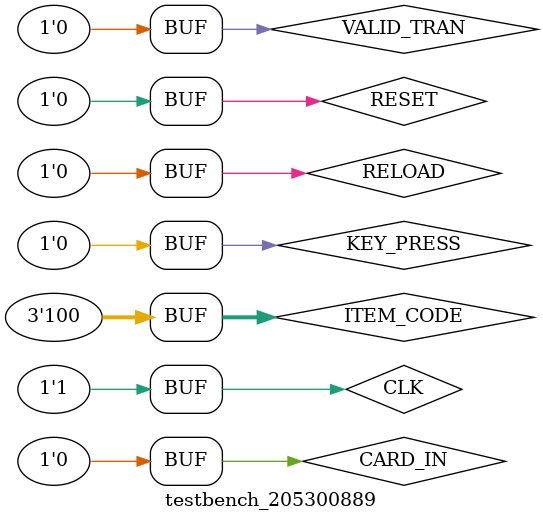
<source format=v>
`timescale 1ns / 1ps


module testbench_205300889;

	// Inputs
	reg CLK;
	reg RESET;
	reg RELOAD;
	reg CARD_IN;
	reg [2:0] ITEM_CODE;
	reg KEY_PRESS;
	reg VALID_TRAN;

	// Outputs
	wire VEND;
	wire INVALID_SEL;
	wire [2:0] COST;
	wire FAILED_TRAN;

	// Instantiate the Unit Under Test (UUT)
	vending_machine uut (
		.CLK(CLK), 
		.RESET(RESET), 
		.RELOAD(RELOAD), 
		.CARD_IN(CARD_IN), 
		.ITEM_CODE(ITEM_CODE), 
		.KEY_PRESS(KEY_PRESS), 
		.VALID_TRAN(VALID_TRAN), 
		.VEND(VEND), 
		.INVALID_SEL(INVALID_SEL), 
		.COST(COST), 
		.FAILED_TRAN(FAILED_TRAN)
	);

	initial begin
		// Initialize Inputs
		CLK = 0;
		RESET = 0;
		RELOAD = 0;
		CARD_IN = 0;
		ITEM_CODE = 0;
		KEY_PRESS = 0;
		VALID_TRAN = 0;

		// Wait 100 ns for global reset to finish
		#100;
        
		// Add stimulus here
		// Successful transaction
		RESET = 1;
		#10
		CLK = 1;
		#10
		CLK = 0;
		RESET = 0;
		#10
		CLK = 1;
		#10
		CLK = 0;
		RELOAD = 1;
		#10
		CLK = 1;
		#10
		CLK = 0;
		RELOAD = 0;
		#10
		CLK = 1;
		#10
		CLK = 0;
		CARD_IN = 1;
		#10
		CLK = 1;
		#10
		CLK = 0;
		CARD_IN = 0;
		KEY_PRESS = 1;
		ITEM_CODE = 3'd1;
		#10
		CLK = 1;
		#10
		CLK = 0;
		ITEM_CODE = 3'd4;
		#10
		CLK = 1;
		#10
		CLK = 0;
		KEY_PRESS = 0;
		#10
		CLK = 1;
		#10
		CLK = 0;
		VALID_TRAN = 1;
		#10
		CLK = 1;
		#10
		CLK = 0;
		VALID_TRAN = 0;
		#10
		CLK = 1;
		#100
				
		// Time-out during FIRST_IN_STATE
		CLK = 0;
		RESET = 1;
		#10
		CLK = 1;
		#10
		CLK = 0;
		RESET = 0;
		#10
		CLK = 1;
		#10
		CLK = 0;
		CARD_IN = 1;
		#10
		CLK = 1;
		#10
		CLK = 0;
		CARD_IN = 0;
		#10
		CLK = 1;
		#10
		CLK = 0;
		#10
		CLK = 1;
		#10
		CLK = 0;
		#10
		CLK = 1;
		#10
		CLK = 0;
		#10
		CLK = 1;
		#10
		CLK = 0;
		#10
		CLK = 1;
		#100
		
		// Time-out during SECOND_IN_STATE
		CLK = 0;
		RESET = 1;
		#10
		CLK = 1;
		#10
		CLK = 0;
		RESET = 0;
		#10
		CLK = 1;
		#10
		CLK = 0;
		CARD_IN = 1;
		#10
		CLK = 1;
		#10
		CLK = 0;
		CARD_IN = 0;
		KEY_PRESS = 1;
		ITEM_CODE = 3'd2;
		#10
		CLK = 1;
		#10
		CLK = 0;
		KEY_PRESS = 0;
		#10
		CLK = 1;
		#10
		CLK = 0;
		#10
		CLK = 1;
		#10
		CLK = 0;
		#10
		CLK = 1;
		#10
		CLK = 0;
		#10
		CLK = 1;
		#10
		CLK = 0;
		#10
		CLK = 1;
		#10
		CLK = 0;
		#10
		CLK = 1;
		#100
		
		// Time-out during VEND_DISPLAY_STATE
		CLK = 0;
		RESET = 1;
		#10
		CLK = 1;
		#10
		CLK = 0;
		RESET = 0;
		#10
		CLK = 1;
		#10
		CLK = 0;
		RELOAD = 1;
		#10
		CLK = 1;
		#10
		CLK = 0;
		RELOAD = 0;
		#10
		CLK = 1;
		#10
		CLK = 0;
		CARD_IN = 1;
		#10
		CLK = 1;
		#10
		CLK = 0;
		CARD_IN = 0;
		KEY_PRESS = 1;
		ITEM_CODE = 3'd2;
		#10
		CLK = 1;
		#10
		CLK = 0;
		ITEM_CODE = 3'd1;
		#10
		CLK = 1;
		#10
		CLK = 0;
		KEY_PRESS = 0;
		#10
		CLK = 1;
		#10
		CLK = 0;
		#10
		CLK = 1;
		#10
		CLK = 0;
		#10
		CLK = 1;
		#10
		CLK = 0;
		#10
		CLK = 1;
		#10
		CLK = 0;
		#10
		CLK = 1;
		#10
		CLK = 0;
		#10
		CLK = 1;
		#10
		CLK = 0;
		#10
		CLK = 1;
		#100
		
		// Invalid selection (code1)
		CLK = 0;
		RESET = 1;
		#10
		CLK = 1;
		#10
		CLK = 0;
		RESET = 0;
		#10
		CLK = 1;
		#10
		CLK = 0;
		RELOAD = 1;
		#10
		CLK = 1;
		#10
		CLK = 0;
		RELOAD = 0;
		#10
		CLK = 1;
		#10
		CLK = 0;
		CARD_IN = 1;
		#10
		CLK = 1;
		#10
		CLK = 0;
		CARD_IN = 0;
		KEY_PRESS = 1;
		ITEM_CODE = 3'd4;
		#10
		CLK = 1;
		#10
		CLK = 0;
		ITEM_CODE = 3'd1;
		#10
		CLK = 1;
		#10
		CLK = 0;
		KEY_PRESS = 0;
		#10
		CLK = 1;
		#10
		CLK = 0;
		#10
		CLK = 1;
		#100
		
		// Invalid Selection (code2)
		CLK = 0;
		RESET = 1;
		#10
		CLK = 1;
		#10
		CLK = 0;
		RESET = 0;
		#10
		CLK = 1;
		#10
		CLK = 0;
		RELOAD = 1;
		#10
		CLK = 1;
		#10
		CLK = 0;
		RELOAD = 0;
		#10
		CLK = 1;
		#10
		CLK = 0;
		CARD_IN = 1;
		#10
		CLK = 1;
		#10
		CLK = 0;
		CARD_IN = 0;
		KEY_PRESS = 1;
		ITEM_CODE = 3'd1;
		#10
		CLK = 1;
		#10
		CLK = 0;
		ITEM_CODE = 3'd5;
		#10
		CLK = 1;
		#10
		CLK = 0;
		KEY_PRESS = 0;
		#10
		CLK = 1;
		#10
		CLK = 0;
		#10
		CLK = 1;
		#100
		
		// No more snacks
		CLK = 0;
		RESET = 1;
		#10
		CLK = 1;
		#10
		CLK = 0;
		RESET = 0;
		#10
		CLK = 1;
		#10
		CLK = 0;
		CARD_IN = 1;
		#10
		CLK = 1;
		#10
		CLK = 0;
		CARD_IN = 0;
		KEY_PRESS = 1;
		ITEM_CODE = 3'd1;
		#10
		CLK = 1;
		#10
		CLK = 0;
		ITEM_CODE = 3'd3;
		#10
		CLK = 1;
		#10
		CLK = 0;
		KEY_PRESS = 0;
		#10
		CLK = 1;
		#10
		CLK = 0;
		#10
		CLK = 1;
		#100
		
		//Successful transaction followed immediately by another transaction (CARD_IN left high)
		// First transaction
		CLK = 0;
		RESET = 1;
		#10
		CLK = 1;
		#10
		CLK = 0;
		RESET = 0;
		#10
		CLK = 1;
		#10
		CLK = 0;
		RELOAD = 1;
		#10
		CLK = 1;
		#10
		CLK = 0;
		RELOAD = 0;
		#10
		CLK = 1;
		#10
		CLK = 0;
		CARD_IN = 1;
		#10
		CLK = 1;
		#10
		CLK = 0;
		KEY_PRESS = 1;
		ITEM_CODE = 3'd1;
		#10
		CLK = 1;
		#10
		CLK = 0;
		ITEM_CODE = 3'd4;
		#10
		CLK = 1;
		#10
		CLK = 0;
		KEY_PRESS = 0;
		#10
		CLK = 1;
		#10
		CLK = 0;
		VALID_TRAN = 1;
		#10
		CLK = 1;
		#10
		CLK = 0;
		VALID_TRAN = 0;
		#10
		CLK = 1;
		#10
		CLK = 0;
		#10
		CLK = 1;
		#10
		CLK = 0;
		CARD_IN = 0;
		KEY_PRESS = 1;
		ITEM_CODE = 3'd1;
		#10
		CLK = 1;
		#10
		CLK = 0;
		ITEM_CODE = 3'd4;
		#10
		CLK = 1;
		#10
		CLK = 0;
		KEY_PRESS = 0;
		#10
		CLK = 1;
		#10
		CLK = 0;
		VALID_TRAN = 1;
		#10
		CLK = 1;
		#10
		CLK = 0;
		VALID_TRAN = 0;
		#10
		CLK = 1;
		#10
		CLK = 0;
		#10
		CLK = 1;
		#10
		CLK = 0;
		#10
		CLK = 1;
		
	end
      
endmodule


</source>
